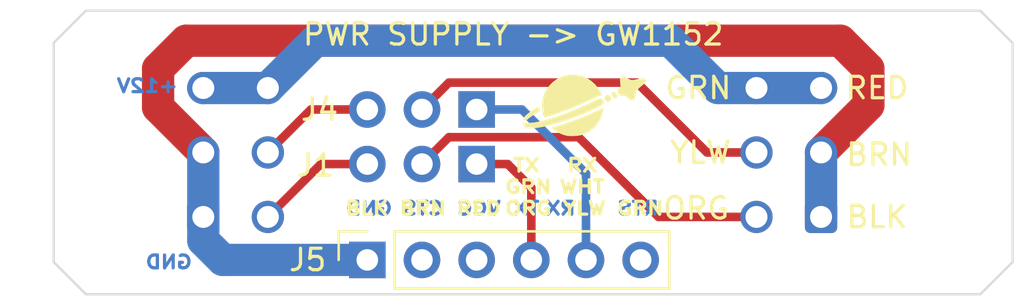
<source format=kicad_pcb>
(kicad_pcb (version 20211014) (generator pcbnew)
  (layers (0 "F.Cu" signal) (31 "B.Cu" signal) (34 "B.Paste" user) (35 "F.Paste" user) (36 "B.SilkS" user "B.Silkscreen") (37 "F.SilkS" user "F.Silkscreen") (38 "B.Mask" user) (39 "F.Mask" user) (44 "Edge.Cuts" user))
  (net 0 "")
  (net 1 "/RxD_SUPPLY")
  (net 2 "/RxD_ROUTER")
  (net 3 "/TxD_FTDI")
  (net 4 "GND")
  (net 5 "+12V")
  (net 6 "/TxD_SUPPLY")
  (net 7 "/TxD_ROUTER")
  (net 8 "/RxD_FTDI")
  (net 9 "/RTS_FTDI")
  (net 10 "+3V3")
  (net 11 "/CTS_FTDI")
  (footprint "Connector_PinHeader_2.54mm:PinHeader_1x03_P2.54mm_Vertical" (layer "F.Cu") (at 123 79 -90)
    (fp_text reference "J4" (at 0 7.3) (layer "F.SilkS"))
    (fp_text value "SW_SPDT" hide)
    (pad "1" thru_hole rect (at 0 0 270) (size 1.7 1.7) (drill 1) (layers *.Cu *.Mask) (net 8 "/RxD_FTDI"))
    (pad "2" thru_hole oval (at 0 2.54 270) (size 1.7 1.7) (drill 1) (layers *.Cu *.Mask) (net 7 "/TxD_ROUTER"))
    (pad "3" thru_hole oval (at 0 5.08 270) (size 1.7 1.7) (drill 1) (layers *.Cu *.Mask) (net 6 "/TxD_SUPPLY"))
  )
  (footprint "LOGO" (layer "F.Cu") (at 128 78.8)
    (fp_text reference "G***" hide)
    (fp_text value "LOGO" hide)
    (fp_poly (pts (xy 1.852584 -1.327043) (xy 1.921614 -1.293582) (xy 1.959045 -1.271518) (xy 2.054469 -1.218126) (xy 2.136879 -1.185414) (xy 2.217758 -1.171988) (xy 2.30859 -1.176457) (xy 2.420859 -1.19743) (xy 2.471434 -1.209414) (xy 2.593945 -1.237266) (xy 2.685053 -1.251796) (xy 2.751173 -1.252805) (xy 2.798717 -1.240091) (xy 2.834101 -1.213455) (xy 2.847165 -1.197684) (xy 2.871986 -1.158722) (xy 2.873454 -1.127023) (xy 2.85441 -1.084182) (xy 2.825188 -1.04508) (xy 2.772897 -0.990643) (xy 2.706363 -0.929704) (xy 2.667361 -0.896994) (xy 2.570782 -0.81667) (xy 2.501133 -0.751438) (xy 2.453004 -0.692811) (xy 2.420986 -0.632304) (xy 2.399671 -0.561431) (xy 2.38365 -0.471705) (xy 2.379941 -0.446065) (xy 2.360481 -0.34436) (xy 2.333282 -0.276815) (xy 2.294022 -0.237736) (xy 2.238377 -0.221429) (xy 2.208326 -0.22) (xy 2.162464 -0.226336) (xy 2.116372 -0.249374) (xy 2.059266 -0.295166) (xy 2.035405 -0.317013) (xy 1.964014 -0.38161) (xy 1.911395 -0.421665) (xy 1.868465 -0.441361) (xy 1.826137 -0.444882) (xy 1.775839 -0.436525) (xy 1.719581 -0.427803) (xy 1.681807 -0.436667) (xy 1.646488 -0.464246) (xy 1.576699 -0.547313) (xy 1.54468 -0.629327) (xy 1.550723 -0.707483) (xy 1.595119 -0.778975) (xy 1.612063 -0.795317) (xy 1.682913 -0.857994) (xy 1.669175 -1.039841) (xy 1.663143 -1.126015) (xy 1.66203 -1.182449) (xy 1.667644 -1.219284) (xy 1.681794 -1.246658) (xy 1.706289 -1.274711) (xy 1.712156 -1.280844) (xy 1.757389 -1.320314) (xy 1.80102 -1.335834)) (layer "F.SilkS") (width 0) (fill solid))
    (fp_poly (pts (xy -0.390194 -1.4059) (xy -0.267596 -1.395698) (xy -0.160546 -1.375018) (xy -0.056957 -1.341113) (xy 0.055257 -1.291233) (xy 0.121568 -1.25779) (xy 0.323775 -1.130886) (xy 0.5004 -0.973967) (xy 0.648669 -0.789831) (xy 0.74105 -0.632685) (xy 0.784761 -0.544117) (xy 0.809789 -0.485274) (xy 0.816683 -0.450803) (xy 0.805993 -0.435345) (xy 0.778267 -0.433547) (xy 0.761255 -0.435638) (xy 0.725751 -0.433825) (xy 0.671947 -0.419096) (xy 0.595327 -0.389772) (xy 0.491377 -0.344173) (xy 0.395968 -0.299799) (xy -0.05246 -0.093183) (xy -0.472481 0.089329) (xy -0.866776 0.248833) (xy -1.238025 0.386428) (xy -1.484345 0.46988) (xy -1.594712 0.505421) (xy -1.692134 0.536189) (xy -1.770142 0.560189) (xy -1.822263 0.575425) (xy -1.841554 0.58) (xy -1.856213 0.562413) (xy -1.87763 0.516116) (xy -1.901373 0.450807) (xy -1.903257 0.445) (xy -1.933664 0.316638) (xy -1.952728 0.16464) (xy -1.959889 0.003697) (xy -1.954587 -0.151502) (xy -1.936263 -0.286265) (xy -1.931868 -0.305858) (xy -1.85693 -0.53505) (xy -1.748369 -0.74504) (xy -1.608973 -0.932786) (xy -1.44153 -1.095244) (xy -1.248829 -1.22937) (xy -1.033658 -1.332121) (xy -0.971187 -1.354384) (xy -0.898722 -1.37688) (xy -0.834306 -1.392104) (xy -0.766718 -1.401463) (xy -0.68474 -1.406364) (xy -0.57715 -1.408211) (xy -0.540426 -1.408374)) (layer "F.SilkS") (width 0) (fill solid))
    (fp_poly (pts (xy 1.402272 -0.62963) (xy 1.430283 -0.606496) (xy 1.465986 -0.559348) (xy 1.501573 -0.501052) (xy 1.529236 -0.444476) (xy 1.541168 -0.402484) (xy 1.541213 -0.400665) (xy 1.526322 -0.36873) (xy 1.492081 -0.33232) (xy 1.454135 -0.306189) (xy 1.43613 -0.301579) (xy 1.394157 -0.310344) (xy 1.38548 -0.31345) (xy 1.357391 -0.34014) (xy 1.32547 -0.391672) (xy 1.296089 -0.454211) (xy 1.275617 -0.513918) (xy 1.270424 -0.556958) (xy 1.271397 -0.561248) (xy 1.30454 -0.607648) (xy 1.357752 -0.631971)) (layer "F.SilkS") (width 0) (fill solid))
    (fp_poly (pts (xy 1.127836 -0.472554) (xy 1.177787 -0.442099) (xy 1.219101 -0.386643) (xy 1.243971 -0.32118) (xy 1.244592 -0.260698) (xy 1.24213 -0.253031) (xy 1.205888 -0.198144) (xy 1.151457 -0.156356) (xy 1.095503 -0.14) (xy 1.05686 -0.153438) (xy 1.013012 -0.186007) (xy 1.0107 -0.188278) (xy 0.961985 -0.256734) (xy 0.943828 -0.327076) (xy 0.9531 -0.391714) (xy 0.986675 -0.443059) (xy 1.041424 -0.473521) (xy 1.114221 -0.47551)) (layer "F.SilkS") (width 0) (fill solid))
    (fp_poly (pts (xy -2.094326 0.061751) (xy -2.088615 0.084623) (xy -2.081464 0.134836) (xy -2.076566 0.18) (xy -2.065965 0.29) (xy -2.276182 0.409653) (xy -2.369561 0.46568) (xy -2.459835 0.52485) (xy -2.535513 0.579365) (xy -2.578119 0.614653) (xy -2.638483 0.665674) (xy -2.68704 0.691875) (xy -2.736664 0.699934) (xy -2.742695 0.7) (xy -2.79428 0.69664) (xy -2.826572 0.688382) (xy -2.828895 0.686666) (xy -2.8426 0.649337) (xy -2.823046 0.596507) (xy -2.769501 0.526707) (xy -2.727148 0.482387) (xy -2.66655 0.427345) (xy -2.589565 0.365097) (xy -2.502178 0.299621) (xy -2.410369 0.234893) (xy -2.320123 0.174889) (xy -2.237421 0.123586) (xy -2.168247 0.084962) (xy -2.118583 0.062993) (xy -2.094412 0.061655)) (layer "F.SilkS") (width 0) (fill solid))
    (fp_poly (pts (xy 0.896249 0.137482) (xy 0.892507 0.184816) (xy 0.87902 0.254336) (xy 0.857852 0.338374) (xy 0.83107 0.429261) (xy 0.800739 0.519331) (xy 0.768923 0.600916) (xy 0.744425 0.653692) (xy 0.617132 0.860392) (xy 0.463078 1.039622) (xy 0.285097 1.189075) (xy 0.08602 1.306441) (xy -0.131318 1.389413) (xy -0.172326 1.40056) (xy -0.283084 1.420951) (xy -0.41747 1.433811) (xy -0.560533 1.438708) (xy -0.697323 1.435209) (xy -0.81289 1.42288) (xy -0.830654 1.419616) (xy -0.960234 1.383724) (xy -1.102275 1.327908) (xy -1.239839 1.259391) (xy -1.318965 1.211378) (xy -1.38859 1.16271) (xy -1.449221 1.115988) (xy -1.494779 1.076467) (xy -1.519185 1.049398) (xy -1.517314 1.04) (xy -1.495479 1.034681) (xy -1.442445 1.020077) (xy -1.36541 0.998214) (xy -1.271571 0.971121) (xy -1.237106 0.961074) (xy -0.876994 0.847702) (xy -0.495697 0.712433) (xy -0.102797 0.558966) (xy 0.292127 0.390999) (xy 0.578406 0.26031) (xy 0.678746 0.213418) (xy 0.766119 0.17318) (xy 0.834255 0.142436) (xy 0.876882 0.124026) (xy 0.88818 0.12)) (layer "F.SilkS") (width 0) (fill solid))
    (fp_poly (pts (xy 0.777827 -0.310612) (xy 0.850491 -0.276739) (xy 0.897222 -0.218198) (xy 0.913249 -0.144276) (xy 0.898747 -0.075269) (xy 0.883962 -0.048891) (xy 0.859011 -0.02331) (xy 0.818191 0.005121) (xy 0.755798 0.040047) (xy 0.666128 0.085114) (xy 0.59169 0.121011) (xy 0.256088 0.275705) (xy -0.081132 0.420225) (xy -0.416292 0.553442) (xy -0.745716 0.674228) (xy -1.065726 0.781453) (xy -1.372646 0.87399) (xy -1.662798 0.95071) (xy -1.932505 1.010484) (xy -2.178091 1.052184) (xy -2.395878 1.07468) (xy -2.527596 1.078421) (xy -2.60727 1.076488) (xy -2.672809 1.072758) (xy -2.71282 1.067941) (xy -2.717806 1.066532) (xy -2.735872 1.046456) (xy -2.765182 1.002149) (xy -2.7991 0.945169) (xy -2.830994 0.887075) (xy -2.854228 0.839424) (xy -2.862254 0.814863) (xy -2.843663 0.812988) (xy -2.793502 0.812916) (xy -2.720186 0.814573) (xy -2.660021 0.816702) (xy -2.551531 0.817768) (xy -2.436826 0.813603) (xy -2.335335 0.805068) (xy -2.304741 0.800932) (xy -2.054276 0.752772) (xy -1.774399 0.682297) (xy -1.46816 0.5906) (xy -1.138609 0.478771) (xy -0.788796 0.347905) (xy -0.421771 0.199093) (xy -0.040582 0.033429) (xy 0.35172 -0.147996) (xy 0.374584 -0.1589) (xy 0.501067 -0.218538) (xy 0.597188 -0.261759) (xy 0.668143 -0.290519) (xy 0.71913 -0.306772) (xy 0.755345 -0.312474)) (layer "F.SilkS") (width 0) (fill solid))
  )
  (footprint "Connector_Molex:Molex_Micro-Fit_3.0_43045-0600_2x03_P3.00mm_Horizontal" (layer "F.Cu") (at 110.3 84 90)
    (fp_text reference "J2" hide)
    (fp_text value "Conn_02x03_Counter_Clockwise" hide)
    (pad "" np_thru_hole circle (at 3 -4.32 90) (size 3 3) (drill 3) (layers *.Cu *.Mask))
    (pad "1" thru_hole roundrect (at 0 0 90) (size 1.5 1.5) (drill 1.02) (layers *.Cu *.Mask) (roundrect_rratio 0.1666673333) (net 4 "GND"))
    (pad "2" thru_hole circle (at 3 0 90) (size 1.5 1.5) (drill 1.02) (layers *.Cu *.Mask) (net 4 "GND"))
    (pad "3" thru_hole circle (at 6 0 90) (size 1.5 1.5) (drill 1.02) (layers *.Cu *.Mask) (net 5 "+12V"))
    (pad "4" thru_hole circle (at 0 3 90) (size 1.5 1.5) (drill 1.02) (layers *.Cu *.Mask) (net 1 "/RxD_SUPPLY"))
    (pad "5" thru_hole circle (at 3 3 90) (size 1.5 1.5) (drill 1.02) (layers *.Cu *.Mask) (net 6 "/TxD_SUPPLY"))
    (pad "6" thru_hole circle (at 6 3 90) (size 1.5 1.5) (drill 1.02) (layers *.Cu *.Mask) (net 5 "+12V"))
  )
  (footprint "Connector_PinSocket_2.54mm:PinSocket_1x06_P2.54mm_Vertical" (layer "F.Cu") (at 117.92 86 90)
    (fp_text reference "J5" (at 0 -2.77 180) (layer "F.SilkS"))
    (fp_text value "Conn_01x06" hide)
    (fp_line (start 1.33 1.27) (end 1.33 14.03) (layer "F.SilkS") (width 0.12))
    (fp_line (start 0 -1.33) (end 1.33 -1.33) (layer "F.SilkS") (width 0.12))
    (fp_line (start 1.33 -1.33) (end 1.33 0) (layer "F.SilkS") (width 0.12))
    (fp_line (start -1.33 1.27) (end -1.33 14.03) (layer "F.SilkS") (width 0.12))
    (fp_line (start -1.33 14.03) (end 1.33 14.03) (layer "F.SilkS") (width 0.12))
    (fp_line (start -1.33 1.27) (end 1.33 1.27) (layer "F.SilkS") (width 0.12))
    (pad "1" thru_hole rect (at 0 0 90) (size 1.7 1.7) (drill 1) (layers *.Cu *.Mask) (net 4 "GND"))
    (pad "2" thru_hole oval (at 0 2.54 90) (size 1.7 1.7) (drill 1) (layers *.Cu *.Mask) (net 11 "/CTS_FTDI"))
    (pad "3" thru_hole oval (at 0 5.08 90) (size 1.7 1.7) (drill 1) (layers *.Cu *.Mask) (net 10 "+3V3"))
    (pad "4" thru_hole oval (at 0 7.62 90) (size 1.7 1.7) (drill 1) (layers *.Cu *.Mask) (net 3 "/TxD_FTDI"))
    (pad "5" thru_hole oval (at 0 10.16 90) (size 1.7 1.7) (drill 1) (layers *.Cu *.Mask) (net 8 "/RxD_FTDI"))
    (pad "6" thru_hole oval (at 0 12.7 90) (size 1.7 1.7) (drill 1) (layers *.Cu *.Mask) (net 9 "/RTS_FTDI"))
  )
  (footprint "Connector_PinHeader_2.54mm:PinHeader_1x03_P2.54mm_Vertical" (layer "F.Cu") (at 123 81.54 -90)
    (fp_text reference "J1" (at 0.06 7.5 180) (layer "F.SilkS"))
    (fp_text value "SW_SPDT" hide)
    (pad "1" thru_hole rect (at 0 0 270) (size 1.7 1.7) (drill 1) (layers *.Cu *.Mask) (net 3 "/TxD_FTDI"))
    (pad "2" thru_hole oval (at 0 2.54 270) (size 1.7 1.7) (drill 1) (layers *.Cu *.Mask) (net 2 "/RxD_ROUTER"))
    (pad "3" thru_hole oval (at 0 5.08 270) (size 1.7 1.7) (drill 1) (layers *.Cu *.Mask) (net 1 "/RxD_SUPPLY"))
  )
  (footprint "Connector_Molex:Molex_Micro-Fit_3.0_43045-0600_2x03_P3.00mm_Horizontal" (layer "B.Cu") (at 139 84 90)
    (fp_text reference "J3" hide)
    (fp_text value "Conn_02x03_Counter_Clockwise" hide)
    (pad "" np_thru_hole circle (at 6 6 90) (size 3 3) (drill 3) (layers F&B.Cu *.Mask))
    (pad "" np_thru_hole circle (at 0 6 90) (size 3 3) (drill 3) (layers F&B.Cu *.Mask))
    (pad "1" thru_hole roundrect (at 0 0 90) (size 1.5 1.5) (drill 1.02) (layers *.Cu *.Mask) (roundrect_rratio 0.1666673333) (net 4 "GND"))
    (pad "2" thru_hole circle (at 3 0 90) (size 1.5 1.5) (drill 1.02) (layers *.Cu *.Mask) (net 4 "GND"))
    (pad "3" thru_hole circle (at 6 0 90) (size 1.5 1.5) (drill 1.02) (layers *.Cu *.Mask) (net 5 "+12V"))
    (pad "4" thru_hole circle (at 0 -3 90) (size 1.5 1.5) (drill 1.02) (layers *.Cu *.Mask) (net 2 "/RxD_ROUTER"))
    (pad "5" thru_hole circle (at 3 -3 90) (size 1.5 1.5) (drill 1.02) (layers *.Cu *.Mask) (net 7 "/TxD_ROUTER"))
    (pad "6" thru_hole circle (at 6 -3 90) (size 1.5 1.5) (drill 1.02) (layers *.Cu *.Mask) (net 5 "+12V"))
  )
  (gr_line (start 104.85 87.6) (end 103.35 86.1) (layer "Edge.Cuts") (width 0.1))
  (gr_line (start 103.35 86.1) (end 103.35 75.9) (layer "Edge.Cuts") (width 0.1))
  (gr_line locked (start 147.9 75.9) (end 147.9 86.1) (layer "Edge.Cuts") (width 0.1))
  (gr_line (start 146.4 87.6) (end 104.85 87.6) (layer "Edge.Cuts") (width 0.1))
  (gr_line (start 103.35 75.9) (end 104.85 74.4) (layer "Edge.Cuts") (width 0.1))
  (gr_line (start 147.9 86.1) (end 146.4 87.6) (layer "Edge.Cuts") (width 0.1))
  (gr_line (start 104.85 74.4) (end 146.4 74.4) (layer "Edge.Cuts") (width 0.1))
  (gr_line (start 146.4 74.4) (end 147.9 75.9) (layer "Edge.Cuts") (width 0.1))
  (gr_text "RX" (at 126.9 83.6) (layer "B.Cu") (effects (font (size 0.6 0.7)) (justify mirror)))
  (gr_text "RTS" (at 130.5 83.6) (layer "B.Cu") (effects (font (size 0.6 0.7)) (justify mirror)))
  (gr_text "GND" (at 118 83.6) (layer "B.Cu") (effects (font (size 0.6 0.7)) (justify mirror)))
  (gr_text "+12V" (at 107.7 77.9) (layer "B.Cu") (effects (font (size 0.6 0.7)) (justify mirror)))
  (gr_text "TX" (at 125.3 83.6) (layer "B.Cu") (effects (font (size 0.6 0.7)) (justify mirror)))
  (gr_text "CTS" (at 120.5 83.6) (layer "B.Cu") (effects (font (size 0.6 0.7)) (justify mirror)))
  (gr_text "GND" (at 108.7 86.1) (layer "B.Cu") (effects (font (size 0.6 0.7)) (justify mirror)))
  (gr_text "VCC" (at 123.1 83.6) (layer "B.Cu") (effects (font (size 0.6 0.7)) (justify mirror)))
  (gr_text "RX" (at 127.9 81.6) (layer "F.SilkS") (effects (font (size 0.6 0.7))))
  (gr_text "BLK" (at 141.6 84) (layer "F.SilkS") (effects (font (size 1 1))))
  (gr_text "WHT" (at 127.9 82.6) (layer "F.SilkS") (effects (font (size 0.6 0.7))))
  (gr_text "ORG" (at 133.2 83.6) (layer "F.SilkS") (effects (font (size 1 1))))
  (gr_text "GRN" (at 130.6 83.6) (layer "F.SilkS") (effects (font (size 0.6 0.7))))
  (gr_text "TX" (at 125.3 81.6) (layer "F.SilkS") (effects (font (size 0.6 0.7))))
  (gr_text "BRN" (at 120.5 83.6) (layer "F.SilkS") (effects (font (size 0.6 0.7))))
  (gr_text "RED" (at 123.1 83.6) (layer "F.SilkS") (effects (font (size 0.6 0.7))))
  (gr_text "PWR SUPPLY -> GW1152" (at 124.7 75.5) (layer "F.SilkS") (effects (font (size 1 1))))
  (gr_text "GRN" (at 133.3 78) (layer "F.SilkS") (effects (font (size 1 1))))
  (gr_text "BRN" (at 141.7 81.1) (layer "F.SilkS") (effects (font (size 1 1))))
  (gr_text "ORG" (at 125.4 83.6) (layer "F.SilkS") (effects (font (size 0.6 0.7))))
  (gr_text "BLK" (at 117.9 83.6) (layer "F.SilkS") (effects (font (size 0.6 0.7))))
  (gr_text "YLW" (at 133.4 81) (layer "F.SilkS") (effects (font (size 1 1))))
  (gr_text "RED" (at 141.6 78) (layer "F.SilkS") (effects (font (size 1 1))))
  (gr_text "YLW" (at 128 83.6) (layer "F.SilkS") (effects (font (size 0.6 0.7))))
  (gr_text "GRN" (at 125.4 82.6) (layer "F.SilkS") (effects (font (size 0.6 0.7))))
  (segment (start 117.92 81.54) (end 115.76 81.54) (width 0.4) (layer "F.Cu") (net 1))
  (segment (start 115.76 81.54) (end 113.3 84) (width 0.4) (layer "F.Cu") (net 1))
  (segment (start 120.46 81.54) (end 121.709511 80.290489) (width 0.4) (layer "F.Cu") (net 2))
  (segment (start 131.45 84) (end 136 84) (width 0.4) (layer "F.Cu") (net 2))
  (segment (start 127.740489 80.290489) (end 131.45 84) (width 0.4) (layer "F.Cu") (net 2))
  (segment (start 121.709511 80.290489) (end 127.740489 80.290489) (width 0.4) (layer "F.Cu") (net 2))
  (segment (start 124.44 81.54) (end 125.54 82.64) (width 0.4) (layer "F.Cu") (net 3))
  (segment (start 125.54 82.64) (end 125.54 86) (width 0.4) (layer "F.Cu") (net 3))
  (segment (start 123 81.54) (end 124.44 81.54) (width 0.4) (layer "F.Cu") (net 3))
  (segment (start 141.2 78.8) (end 139 81) (width 1.5) (layer "F.Cu") (net 4))
  (segment (start 108.2 77.1) (end 109.5 75.8) (width 1.5) (layer "F.Cu") (net 4))
  (segment (start 139.9 75.8) (end 141.2 77.1) (width 1.5) (layer "F.Cu") (net 4))
  (segment (start 108.2 78.9) (end 108.2 77.1) (width 1.5) (layer "F.Cu") (net 4))
  (segment (start 109.5 75.8) (end 139.9 75.8) (width 1.5) (layer "F.Cu") (net 4))
  (segment (start 110.3 81) (end 108.2 78.9) (width 1.5) (layer "F.Cu") (net 4))
  (segment (start 141.2 77.1) (end 141.2 78.8) (width 1.5) (layer "F.Cu") (net 4))
  (segment (start 139 84) (end 139 81) (width 1.5) (layer "B.Cu") (net 4))
  (segment (start 110.3 81) (end 110.3 84) (width 1.5) (layer "B.Cu") (net 4))
  (segment (start 110.3 85.1) (end 111.2 86) (width 1.5) (layer "B.Cu") (net 4))
  (segment (start 111.2 86) (end 117.92 86) (width 1.5) (layer "B.Cu") (net 4))
  (segment (start 110.3 84) (end 110.3 85.1) (width 1.5) (layer "B.Cu") (net 4))
  (segment (start 115.5 75.8) (end 132 75.8) (width 1.5) (layer "B.Cu") (net 5))
  (segment (start 110.3 78) (end 113.3 78) (width 1.5) (layer "B.Cu") (net 5))
  (segment (start 113.3 78) (end 115.5 75.8) (width 1.5) (layer "B.Cu") (net 5))
  (segment (start 134.2 78) (end 139 78) (width 1.5) (layer "B.Cu") (net 5))
  (segment (start 132 75.8) (end 134.2 78) (width 1.5) (layer "B.Cu") (net 5))
  (segment (start 117.92 79) (end 115.3 79) (width 0.4) (layer "F.Cu") (net 6))
  (segment (start 115.3 79) (end 113.3 81) (width 0.4) (layer "F.Cu") (net 6))
  (segment (start 120.46 79) (end 121.709511 77.750489) (width 0.4) (layer "F.Cu") (net 7))
  (segment (start 130.450489 77.750489) (end 133.7 81) (width 0.4) (layer "F.Cu") (net 7))
  (segment (start 133.7 81) (end 136 81) (width 0.4) (layer "F.Cu") (net 7))
  (segment (start 121.709511 77.750489) (end 130.450489 77.750489) (width 0.4) (layer "F.Cu") (net 7))
  (segment (start 128.08 81.98) (end 125.1 79) (width 0.4) (layer "B.Cu") (net 8))
  (segment (start 128.08 86) (end 128.08 81.98) (width 0.4) (layer "B.Cu") (net 8))
  (segment (start 125.1 79) (end 123 79) (width 0.4) (layer "B.Cu") (net 8))
)
</source>
